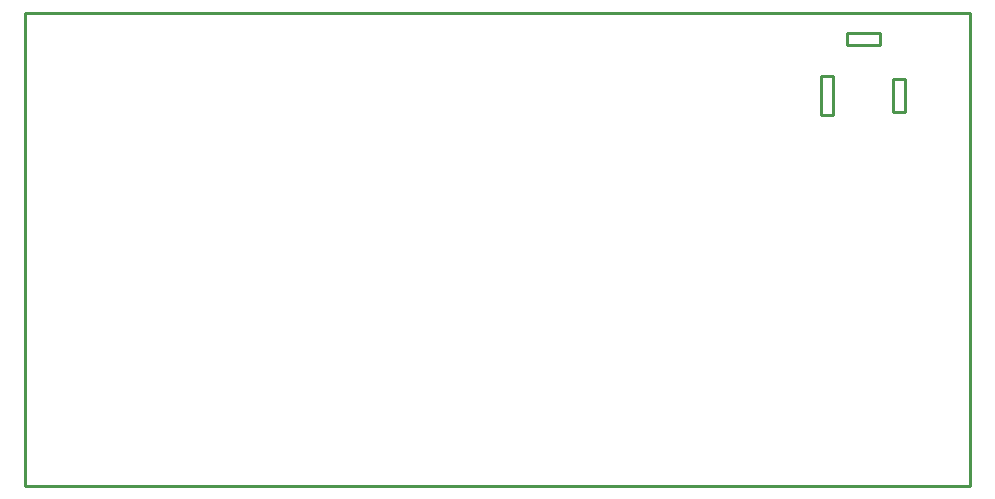
<source format=gbr>
G04 EAGLE Gerber RS-274X export*
G75*
%MOMM*%
%FSLAX34Y34*%
%LPD*%
%IN*%
%IPPOS*%
%AMOC8*
5,1,8,0,0,1.08239X$1,22.5*%
G01*
%ADD10C,0.254000*%


D10*
X0Y0D02*
X800000Y0D01*
X800000Y400000D01*
X0Y400000D01*
X0Y0D01*
X735000Y316000D02*
X745000Y316000D01*
X745000Y344000D01*
X735000Y344000D01*
X735000Y316000D01*
X674000Y313500D02*
X684000Y313500D01*
X684000Y346500D01*
X674000Y346500D01*
X674000Y313500D01*
X696000Y373000D02*
X724000Y373000D01*
X724000Y383000D01*
X696000Y383000D01*
X696000Y373000D01*
M02*

</source>
